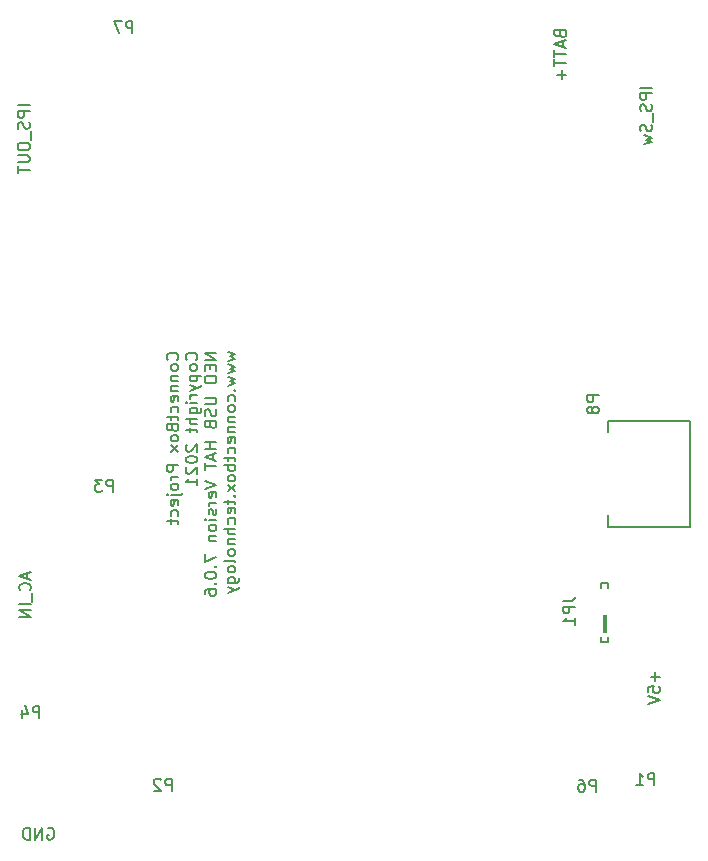
<source format=gbr>
G04 #@! TF.GenerationSoftware,KiCad,Pcbnew,(5.99.0-10509-g065f85b504)*
G04 #@! TF.CreationDate,2021-07-11T16:30:22-06:00*
G04 #@! TF.ProjectId,HAT_ver_7,4841545f-7665-4725-9f37-2e6b69636164,7.0.6*
G04 #@! TF.SameCoordinates,Original*
G04 #@! TF.FileFunction,Legend,Bot*
G04 #@! TF.FilePolarity,Positive*
%FSLAX46Y46*%
G04 Gerber Fmt 4.6, Leading zero omitted, Abs format (unit mm)*
G04 Created by KiCad (PCBNEW (5.99.0-10509-g065f85b504)) date 2021-07-11 16:30:22*
%MOMM*%
%LPD*%
G01*
G04 APERTURE LIST*
%ADD10C,0.150000*%
%ADD11R,0.400000X1.500000*%
G04 APERTURE END LIST*
D10*
X133883304Y-133104000D02*
X133978542Y-133056380D01*
X134121400Y-133056380D01*
X134264257Y-133104000D01*
X134359495Y-133199238D01*
X134407114Y-133294476D01*
X134454733Y-133484952D01*
X134454733Y-133627809D01*
X134407114Y-133818285D01*
X134359495Y-133913523D01*
X134264257Y-134008761D01*
X134121400Y-134056380D01*
X134026161Y-134056380D01*
X133883304Y-134008761D01*
X133835685Y-133961142D01*
X133835685Y-133627809D01*
X134026161Y-133627809D01*
X133407114Y-134056380D02*
X133407114Y-133056380D01*
X132835685Y-134056380D01*
X132835685Y-133056380D01*
X132359495Y-134056380D02*
X132359495Y-133056380D01*
X132121400Y-133056380D01*
X131978542Y-133104000D01*
X131883304Y-133199238D01*
X131835685Y-133294476D01*
X131788066Y-133484952D01*
X131788066Y-133627809D01*
X131835685Y-133818285D01*
X131883304Y-133913523D01*
X131978542Y-134008761D01*
X132121400Y-134056380D01*
X132359495Y-134056380D01*
X185339028Y-119872285D02*
X185339028Y-120634190D01*
X185719980Y-120253238D02*
X184958076Y-120253238D01*
X184719980Y-121586571D02*
X184719980Y-121110380D01*
X185196171Y-121062761D01*
X185148552Y-121110380D01*
X185100933Y-121205619D01*
X185100933Y-121443714D01*
X185148552Y-121538952D01*
X185196171Y-121586571D01*
X185291409Y-121634190D01*
X185529504Y-121634190D01*
X185624742Y-121586571D01*
X185672361Y-121538952D01*
X185719980Y-121443714D01*
X185719980Y-121205619D01*
X185672361Y-121110380D01*
X185624742Y-121062761D01*
X184719980Y-121919904D02*
X185719980Y-122253238D01*
X184719980Y-122586571D01*
X177268571Y-65861904D02*
X177316190Y-66004761D01*
X177363809Y-66052380D01*
X177459047Y-66100000D01*
X177601904Y-66100000D01*
X177697142Y-66052380D01*
X177744761Y-66004761D01*
X177792380Y-65909523D01*
X177792380Y-65528571D01*
X176792380Y-65528571D01*
X176792380Y-65861904D01*
X176840000Y-65957142D01*
X176887619Y-66004761D01*
X176982857Y-66052380D01*
X177078095Y-66052380D01*
X177173333Y-66004761D01*
X177220952Y-65957142D01*
X177268571Y-65861904D01*
X177268571Y-65528571D01*
X177506666Y-66480952D02*
X177506666Y-66957142D01*
X177792380Y-66385714D02*
X176792380Y-66719047D01*
X177792380Y-67052380D01*
X176792380Y-67242857D02*
X176792380Y-67814285D01*
X177792380Y-67528571D02*
X176792380Y-67528571D01*
X176792380Y-68004761D02*
X176792380Y-68576190D01*
X177792380Y-68290476D02*
X176792380Y-68290476D01*
X177411428Y-68909523D02*
X177411428Y-69671428D01*
X177792380Y-69290476D02*
X177030476Y-69290476D01*
X132352380Y-71894285D02*
X131352380Y-71894285D01*
X132352380Y-72370476D02*
X131352380Y-72370476D01*
X131352380Y-72751428D01*
X131400000Y-72846666D01*
X131447619Y-72894285D01*
X131542857Y-72941904D01*
X131685714Y-72941904D01*
X131780952Y-72894285D01*
X131828571Y-72846666D01*
X131876190Y-72751428D01*
X131876190Y-72370476D01*
X132304761Y-73322857D02*
X132352380Y-73465714D01*
X132352380Y-73703809D01*
X132304761Y-73799047D01*
X132257142Y-73846666D01*
X132161904Y-73894285D01*
X132066666Y-73894285D01*
X131971428Y-73846666D01*
X131923809Y-73799047D01*
X131876190Y-73703809D01*
X131828571Y-73513333D01*
X131780952Y-73418095D01*
X131733333Y-73370476D01*
X131638095Y-73322857D01*
X131542857Y-73322857D01*
X131447619Y-73370476D01*
X131400000Y-73418095D01*
X131352380Y-73513333D01*
X131352380Y-73751428D01*
X131400000Y-73894285D01*
X132447619Y-74084761D02*
X132447619Y-74846666D01*
X131352380Y-75275238D02*
X131352380Y-75465714D01*
X131400000Y-75560952D01*
X131495238Y-75656190D01*
X131685714Y-75703809D01*
X132019047Y-75703809D01*
X132209523Y-75656190D01*
X132304761Y-75560952D01*
X132352380Y-75465714D01*
X132352380Y-75275238D01*
X132304761Y-75180000D01*
X132209523Y-75084761D01*
X132019047Y-75037142D01*
X131685714Y-75037142D01*
X131495238Y-75084761D01*
X131400000Y-75180000D01*
X131352380Y-75275238D01*
X131352380Y-76132380D02*
X132161904Y-76132380D01*
X132257142Y-76180000D01*
X132304761Y-76227619D01*
X132352380Y-76322857D01*
X132352380Y-76513333D01*
X132304761Y-76608571D01*
X132257142Y-76656190D01*
X132161904Y-76703809D01*
X131352380Y-76703809D01*
X131352380Y-77037142D02*
X131352380Y-77608571D01*
X132352380Y-77322857D02*
X131352380Y-77322857D01*
X133173695Y-123743980D02*
X133173695Y-122743980D01*
X132792742Y-122743980D01*
X132697504Y-122791600D01*
X132649885Y-122839219D01*
X132602266Y-122934457D01*
X132602266Y-123077314D01*
X132649885Y-123172552D01*
X132697504Y-123220171D01*
X132792742Y-123267790D01*
X133173695Y-123267790D01*
X131745123Y-123077314D02*
X131745123Y-123743980D01*
X131983219Y-122696361D02*
X132221314Y-123410647D01*
X131602266Y-123410647D01*
X185032380Y-70382857D02*
X184032380Y-70382857D01*
X185032380Y-70859047D02*
X184032380Y-70859047D01*
X184032380Y-71240000D01*
X184080000Y-71335238D01*
X184127619Y-71382857D01*
X184222857Y-71430476D01*
X184365714Y-71430476D01*
X184460952Y-71382857D01*
X184508571Y-71335238D01*
X184556190Y-71240000D01*
X184556190Y-70859047D01*
X184984761Y-71811428D02*
X185032380Y-71954285D01*
X185032380Y-72192380D01*
X184984761Y-72287619D01*
X184937142Y-72335238D01*
X184841904Y-72382857D01*
X184746666Y-72382857D01*
X184651428Y-72335238D01*
X184603809Y-72287619D01*
X184556190Y-72192380D01*
X184508571Y-72001904D01*
X184460952Y-71906666D01*
X184413333Y-71859047D01*
X184318095Y-71811428D01*
X184222857Y-71811428D01*
X184127619Y-71859047D01*
X184080000Y-71906666D01*
X184032380Y-72001904D01*
X184032380Y-72240000D01*
X184080000Y-72382857D01*
X185127619Y-72573333D02*
X185127619Y-73335238D01*
X184984761Y-73525714D02*
X185032380Y-73668571D01*
X185032380Y-73906666D01*
X184984761Y-74001904D01*
X184937142Y-74049523D01*
X184841904Y-74097142D01*
X184746666Y-74097142D01*
X184651428Y-74049523D01*
X184603809Y-74001904D01*
X184556190Y-73906666D01*
X184508571Y-73716190D01*
X184460952Y-73620952D01*
X184413333Y-73573333D01*
X184318095Y-73525714D01*
X184222857Y-73525714D01*
X184127619Y-73573333D01*
X184080000Y-73620952D01*
X184032380Y-73716190D01*
X184032380Y-73954285D01*
X184080000Y-74097142D01*
X184365714Y-74430476D02*
X185032380Y-74620952D01*
X184556190Y-74811428D01*
X185032380Y-75001904D01*
X184365714Y-75192380D01*
X132176666Y-111479047D02*
X132176666Y-111955238D01*
X132462380Y-111383809D02*
X131462380Y-111717142D01*
X132462380Y-112050476D01*
X132367142Y-112955238D02*
X132414761Y-112907619D01*
X132462380Y-112764761D01*
X132462380Y-112669523D01*
X132414761Y-112526666D01*
X132319523Y-112431428D01*
X132224285Y-112383809D01*
X132033809Y-112336190D01*
X131890952Y-112336190D01*
X131700476Y-112383809D01*
X131605238Y-112431428D01*
X131510000Y-112526666D01*
X131462380Y-112669523D01*
X131462380Y-112764761D01*
X131510000Y-112907619D01*
X131557619Y-112955238D01*
X132557619Y-113145714D02*
X132557619Y-113907619D01*
X132462380Y-114145714D02*
X131462380Y-114145714D01*
X132462380Y-114621904D02*
X131462380Y-114621904D01*
X132462380Y-115193333D01*
X131462380Y-115193333D01*
X185243695Y-129433580D02*
X185243695Y-128433580D01*
X184862742Y-128433580D01*
X184767504Y-128481200D01*
X184719885Y-128528819D01*
X184672266Y-128624057D01*
X184672266Y-128766914D01*
X184719885Y-128862152D01*
X184767504Y-128909771D01*
X184862742Y-128957390D01*
X185243695Y-128957390D01*
X183719885Y-129433580D02*
X184291314Y-129433580D01*
X184005600Y-129433580D02*
X184005600Y-128433580D01*
X184100838Y-128576438D01*
X184196076Y-128671676D01*
X184291314Y-128719295D01*
X139398095Y-104592380D02*
X139398095Y-103592380D01*
X139017142Y-103592380D01*
X138921904Y-103640000D01*
X138874285Y-103687619D01*
X138826666Y-103782857D01*
X138826666Y-103925714D01*
X138874285Y-104020952D01*
X138921904Y-104068571D01*
X139017142Y-104116190D01*
X139398095Y-104116190D01*
X138493333Y-103592380D02*
X137874285Y-103592380D01*
X138207619Y-103973333D01*
X138064761Y-103973333D01*
X137969523Y-104020952D01*
X137921904Y-104068571D01*
X137874285Y-104163809D01*
X137874285Y-104401904D01*
X137921904Y-104497142D01*
X137969523Y-104544761D01*
X138064761Y-104592380D01*
X138350476Y-104592380D01*
X138445714Y-104544761D01*
X138493333Y-104497142D01*
X144862143Y-93437013D02*
X144909762Y-93389394D01*
X144957381Y-93246537D01*
X144957381Y-93151299D01*
X144909762Y-93008442D01*
X144814524Y-92913204D01*
X144719286Y-92865585D01*
X144528810Y-92817966D01*
X144385953Y-92817966D01*
X144195477Y-92865585D01*
X144100239Y-92913204D01*
X144005001Y-93008442D01*
X143957381Y-93151299D01*
X143957381Y-93246537D01*
X144005001Y-93389394D01*
X144052620Y-93437013D01*
X144957381Y-94008442D02*
X144909762Y-93913204D01*
X144862143Y-93865585D01*
X144766905Y-93817966D01*
X144481191Y-93817966D01*
X144385953Y-93865585D01*
X144338334Y-93913204D01*
X144290715Y-94008442D01*
X144290715Y-94151299D01*
X144338334Y-94246537D01*
X144385953Y-94294156D01*
X144481191Y-94341775D01*
X144766905Y-94341775D01*
X144862143Y-94294156D01*
X144909762Y-94246537D01*
X144957381Y-94151299D01*
X144957381Y-94008442D01*
X144290715Y-94770347D02*
X144957381Y-94770347D01*
X144385953Y-94770347D02*
X144338334Y-94817966D01*
X144290715Y-94913204D01*
X144290715Y-95056061D01*
X144338334Y-95151299D01*
X144433572Y-95198918D01*
X144957381Y-95198918D01*
X144290715Y-95675109D02*
X144957381Y-95675109D01*
X144385953Y-95675109D02*
X144338334Y-95722728D01*
X144290715Y-95817966D01*
X144290715Y-95960823D01*
X144338334Y-96056061D01*
X144433572Y-96103680D01*
X144957381Y-96103680D01*
X144909762Y-96960823D02*
X144957381Y-96865585D01*
X144957381Y-96675109D01*
X144909762Y-96579870D01*
X144814524Y-96532251D01*
X144433572Y-96532251D01*
X144338334Y-96579870D01*
X144290715Y-96675109D01*
X144290715Y-96865585D01*
X144338334Y-96960823D01*
X144433572Y-97008442D01*
X144528810Y-97008442D01*
X144624048Y-96532251D01*
X144909762Y-97865585D02*
X144957381Y-97770347D01*
X144957381Y-97579870D01*
X144909762Y-97484632D01*
X144862143Y-97437013D01*
X144766905Y-97389394D01*
X144481191Y-97389394D01*
X144385953Y-97437013D01*
X144338334Y-97484632D01*
X144290715Y-97579870D01*
X144290715Y-97770347D01*
X144338334Y-97865585D01*
X144290715Y-98151299D02*
X144290715Y-98532251D01*
X143957381Y-98294156D02*
X144814524Y-98294156D01*
X144909762Y-98341775D01*
X144957381Y-98437013D01*
X144957381Y-98532251D01*
X144433572Y-99198918D02*
X144481191Y-99341775D01*
X144528810Y-99389394D01*
X144624048Y-99437013D01*
X144766905Y-99437013D01*
X144862143Y-99389394D01*
X144909762Y-99341775D01*
X144957381Y-99246537D01*
X144957381Y-98865585D01*
X143957381Y-98865585D01*
X143957381Y-99198918D01*
X144005001Y-99294156D01*
X144052620Y-99341775D01*
X144147858Y-99389394D01*
X144243096Y-99389394D01*
X144338334Y-99341775D01*
X144385953Y-99294156D01*
X144433572Y-99198918D01*
X144433572Y-98865585D01*
X144957381Y-100008442D02*
X144909762Y-99913204D01*
X144862143Y-99865585D01*
X144766905Y-99817966D01*
X144481191Y-99817966D01*
X144385953Y-99865585D01*
X144338334Y-99913204D01*
X144290715Y-100008442D01*
X144290715Y-100151299D01*
X144338334Y-100246537D01*
X144385953Y-100294156D01*
X144481191Y-100341775D01*
X144766905Y-100341775D01*
X144862143Y-100294156D01*
X144909762Y-100246537D01*
X144957381Y-100151299D01*
X144957381Y-100008442D01*
X144957381Y-100675109D02*
X144290715Y-101198918D01*
X144290715Y-100675109D02*
X144957381Y-101198918D01*
X144957381Y-102341775D02*
X143957381Y-102341775D01*
X143957381Y-102722728D01*
X144005001Y-102817966D01*
X144052620Y-102865585D01*
X144147858Y-102913204D01*
X144290715Y-102913204D01*
X144385953Y-102865585D01*
X144433572Y-102817966D01*
X144481191Y-102722728D01*
X144481191Y-102341775D01*
X144957381Y-103341775D02*
X144290715Y-103341775D01*
X144481191Y-103341775D02*
X144385953Y-103389394D01*
X144338334Y-103437013D01*
X144290715Y-103532251D01*
X144290715Y-103627490D01*
X144957381Y-104103680D02*
X144909762Y-104008442D01*
X144862143Y-103960823D01*
X144766905Y-103913204D01*
X144481191Y-103913204D01*
X144385953Y-103960823D01*
X144338334Y-104008442D01*
X144290715Y-104103680D01*
X144290715Y-104246537D01*
X144338334Y-104341775D01*
X144385953Y-104389394D01*
X144481191Y-104437013D01*
X144766905Y-104437013D01*
X144862143Y-104389394D01*
X144909762Y-104341775D01*
X144957381Y-104246537D01*
X144957381Y-104103680D01*
X144290715Y-104865585D02*
X145147858Y-104865585D01*
X145243096Y-104817966D01*
X145290715Y-104722728D01*
X145290715Y-104675109D01*
X143957381Y-104865585D02*
X144005001Y-104817966D01*
X144052620Y-104865585D01*
X144005001Y-104913204D01*
X143957381Y-104865585D01*
X144052620Y-104865585D01*
X144909762Y-105722728D02*
X144957381Y-105627490D01*
X144957381Y-105437013D01*
X144909762Y-105341775D01*
X144814524Y-105294156D01*
X144433572Y-105294156D01*
X144338334Y-105341775D01*
X144290715Y-105437013D01*
X144290715Y-105627490D01*
X144338334Y-105722728D01*
X144433572Y-105770347D01*
X144528810Y-105770347D01*
X144624048Y-105294156D01*
X144909762Y-106627490D02*
X144957381Y-106532251D01*
X144957381Y-106341775D01*
X144909762Y-106246537D01*
X144862143Y-106198918D01*
X144766905Y-106151299D01*
X144481191Y-106151299D01*
X144385953Y-106198918D01*
X144338334Y-106246537D01*
X144290715Y-106341775D01*
X144290715Y-106532251D01*
X144338334Y-106627490D01*
X144290715Y-106913204D02*
X144290715Y-107294156D01*
X143957381Y-107056061D02*
X144814524Y-107056061D01*
X144909762Y-107103680D01*
X144957381Y-107198918D01*
X144957381Y-107294156D01*
X146472143Y-93437013D02*
X146519762Y-93389394D01*
X146567381Y-93246537D01*
X146567381Y-93151299D01*
X146519762Y-93008442D01*
X146424524Y-92913204D01*
X146329286Y-92865585D01*
X146138810Y-92817966D01*
X145995953Y-92817966D01*
X145805477Y-92865585D01*
X145710239Y-92913204D01*
X145615001Y-93008442D01*
X145567381Y-93151299D01*
X145567381Y-93246537D01*
X145615001Y-93389394D01*
X145662620Y-93437013D01*
X146567381Y-94008442D02*
X146519762Y-93913204D01*
X146472143Y-93865585D01*
X146376905Y-93817966D01*
X146091191Y-93817966D01*
X145995953Y-93865585D01*
X145948334Y-93913204D01*
X145900715Y-94008442D01*
X145900715Y-94151299D01*
X145948334Y-94246537D01*
X145995953Y-94294156D01*
X146091191Y-94341775D01*
X146376905Y-94341775D01*
X146472143Y-94294156D01*
X146519762Y-94246537D01*
X146567381Y-94151299D01*
X146567381Y-94008442D01*
X145900715Y-94770347D02*
X146900715Y-94770347D01*
X145948334Y-94770347D02*
X145900715Y-94865585D01*
X145900715Y-95056061D01*
X145948334Y-95151299D01*
X145995953Y-95198918D01*
X146091191Y-95246537D01*
X146376905Y-95246537D01*
X146472143Y-95198918D01*
X146519762Y-95151299D01*
X146567381Y-95056061D01*
X146567381Y-94865585D01*
X146519762Y-94770347D01*
X145900715Y-95579870D02*
X146567381Y-95817966D01*
X145900715Y-96056061D02*
X146567381Y-95817966D01*
X146805477Y-95722728D01*
X146853096Y-95675109D01*
X146900715Y-95579870D01*
X146567381Y-96437013D02*
X145900715Y-96437013D01*
X146091191Y-96437013D02*
X145995953Y-96484632D01*
X145948334Y-96532251D01*
X145900715Y-96627490D01*
X145900715Y-96722728D01*
X146567381Y-97056061D02*
X145900715Y-97056061D01*
X145567381Y-97056061D02*
X145615001Y-97008442D01*
X145662620Y-97056061D01*
X145615001Y-97103680D01*
X145567381Y-97056061D01*
X145662620Y-97056061D01*
X145900715Y-97960823D02*
X146710239Y-97960823D01*
X146805477Y-97913204D01*
X146853096Y-97865585D01*
X146900715Y-97770347D01*
X146900715Y-97627490D01*
X146853096Y-97532251D01*
X146519762Y-97960823D02*
X146567381Y-97865585D01*
X146567381Y-97675109D01*
X146519762Y-97579870D01*
X146472143Y-97532251D01*
X146376905Y-97484632D01*
X146091191Y-97484632D01*
X145995953Y-97532251D01*
X145948334Y-97579870D01*
X145900715Y-97675109D01*
X145900715Y-97865585D01*
X145948334Y-97960823D01*
X146567381Y-98437013D02*
X145567381Y-98437013D01*
X146567381Y-98865585D02*
X146043572Y-98865585D01*
X145948334Y-98817966D01*
X145900715Y-98722728D01*
X145900715Y-98579870D01*
X145948334Y-98484632D01*
X145995953Y-98437013D01*
X145900715Y-99198918D02*
X145900715Y-99579870D01*
X145567381Y-99341775D02*
X146424524Y-99341775D01*
X146519762Y-99389394D01*
X146567381Y-99484632D01*
X146567381Y-99579870D01*
X145662620Y-100627490D02*
X145615001Y-100675109D01*
X145567381Y-100770347D01*
X145567381Y-101008442D01*
X145615001Y-101103680D01*
X145662620Y-101151299D01*
X145757858Y-101198918D01*
X145853096Y-101198918D01*
X145995953Y-101151299D01*
X146567381Y-100579870D01*
X146567381Y-101198918D01*
X145567381Y-101817966D02*
X145567381Y-101913204D01*
X145615001Y-102008442D01*
X145662620Y-102056061D01*
X145757858Y-102103680D01*
X145948334Y-102151299D01*
X146186429Y-102151299D01*
X146376905Y-102103680D01*
X146472143Y-102056061D01*
X146519762Y-102008442D01*
X146567381Y-101913204D01*
X146567381Y-101817966D01*
X146519762Y-101722728D01*
X146472143Y-101675109D01*
X146376905Y-101627490D01*
X146186429Y-101579870D01*
X145948334Y-101579870D01*
X145757858Y-101627490D01*
X145662620Y-101675109D01*
X145615001Y-101722728D01*
X145567381Y-101817966D01*
X145662620Y-102532251D02*
X145615001Y-102579870D01*
X145567381Y-102675109D01*
X145567381Y-102913204D01*
X145615001Y-103008442D01*
X145662620Y-103056061D01*
X145757858Y-103103680D01*
X145853096Y-103103680D01*
X145995953Y-103056061D01*
X146567381Y-102484632D01*
X146567381Y-103103680D01*
X146567381Y-104056061D02*
X146567381Y-103484632D01*
X146567381Y-103770347D02*
X145567381Y-103770347D01*
X145710239Y-103675109D01*
X145805477Y-103579870D01*
X145853096Y-103484632D01*
X148177381Y-92865585D02*
X147177381Y-92865585D01*
X148177381Y-93437013D01*
X147177381Y-93437013D01*
X147653572Y-93913204D02*
X147653572Y-94246537D01*
X148177381Y-94389394D02*
X148177381Y-93913204D01*
X147177381Y-93913204D01*
X147177381Y-94389394D01*
X147177381Y-95008442D02*
X147177381Y-95198918D01*
X147225001Y-95294156D01*
X147320239Y-95389394D01*
X147510715Y-95437013D01*
X147844048Y-95437013D01*
X148034524Y-95389394D01*
X148129762Y-95294156D01*
X148177381Y-95198918D01*
X148177381Y-95008442D01*
X148129762Y-94913204D01*
X148034524Y-94817966D01*
X147844048Y-94770347D01*
X147510715Y-94770347D01*
X147320239Y-94817966D01*
X147225001Y-94913204D01*
X147177381Y-95008442D01*
X147177381Y-96627490D02*
X147986905Y-96627490D01*
X148082143Y-96675109D01*
X148129762Y-96722728D01*
X148177381Y-96817966D01*
X148177381Y-97008442D01*
X148129762Y-97103680D01*
X148082143Y-97151299D01*
X147986905Y-97198918D01*
X147177381Y-97198918D01*
X148129762Y-97627490D02*
X148177381Y-97770347D01*
X148177381Y-98008442D01*
X148129762Y-98103680D01*
X148082143Y-98151299D01*
X147986905Y-98198918D01*
X147891667Y-98198918D01*
X147796429Y-98151299D01*
X147748810Y-98103680D01*
X147701191Y-98008442D01*
X147653572Y-97817966D01*
X147605953Y-97722728D01*
X147558334Y-97675109D01*
X147463096Y-97627490D01*
X147367858Y-97627490D01*
X147272620Y-97675109D01*
X147225001Y-97722728D01*
X147177381Y-97817966D01*
X147177381Y-98056061D01*
X147225001Y-98198918D01*
X147653572Y-98960823D02*
X147701191Y-99103680D01*
X147748810Y-99151299D01*
X147844048Y-99198918D01*
X147986905Y-99198918D01*
X148082143Y-99151299D01*
X148129762Y-99103680D01*
X148177381Y-99008442D01*
X148177381Y-98627490D01*
X147177381Y-98627490D01*
X147177381Y-98960823D01*
X147225001Y-99056061D01*
X147272620Y-99103680D01*
X147367858Y-99151299D01*
X147463096Y-99151299D01*
X147558334Y-99103680D01*
X147605953Y-99056061D01*
X147653572Y-98960823D01*
X147653572Y-98627490D01*
X148177381Y-100389394D02*
X147177381Y-100389394D01*
X147653572Y-100389394D02*
X147653572Y-100960823D01*
X148177381Y-100960823D02*
X147177381Y-100960823D01*
X147891667Y-101389394D02*
X147891667Y-101865585D01*
X148177381Y-101294156D02*
X147177381Y-101627490D01*
X148177381Y-101960823D01*
X147177381Y-102151299D02*
X147177381Y-102722728D01*
X148177381Y-102437013D02*
X147177381Y-102437013D01*
X147177381Y-103675109D02*
X148177381Y-104008442D01*
X147177381Y-104341775D01*
X148129762Y-105056061D02*
X148177381Y-104960823D01*
X148177381Y-104770347D01*
X148129762Y-104675109D01*
X148034524Y-104627490D01*
X147653572Y-104627490D01*
X147558334Y-104675109D01*
X147510715Y-104770347D01*
X147510715Y-104960823D01*
X147558334Y-105056061D01*
X147653572Y-105103680D01*
X147748810Y-105103680D01*
X147844048Y-104627490D01*
X148177381Y-105532251D02*
X147510715Y-105532251D01*
X147701191Y-105532251D02*
X147605953Y-105579870D01*
X147558334Y-105627490D01*
X147510715Y-105722728D01*
X147510715Y-105817966D01*
X148129762Y-106103680D02*
X148177381Y-106198918D01*
X148177381Y-106389394D01*
X148129762Y-106484632D01*
X148034524Y-106532251D01*
X147986905Y-106532251D01*
X147891667Y-106484632D01*
X147844048Y-106389394D01*
X147844048Y-106246537D01*
X147796429Y-106151299D01*
X147701191Y-106103680D01*
X147653572Y-106103680D01*
X147558334Y-106151299D01*
X147510715Y-106246537D01*
X147510715Y-106389394D01*
X147558334Y-106484632D01*
X148177381Y-106960823D02*
X147510715Y-106960823D01*
X147177381Y-106960823D02*
X147225001Y-106913204D01*
X147272620Y-106960823D01*
X147225001Y-107008442D01*
X147177381Y-106960823D01*
X147272620Y-106960823D01*
X148177381Y-107579870D02*
X148129762Y-107484632D01*
X148082143Y-107437013D01*
X147986905Y-107389394D01*
X147701191Y-107389394D01*
X147605953Y-107437013D01*
X147558334Y-107484632D01*
X147510715Y-107579870D01*
X147510715Y-107722728D01*
X147558334Y-107817966D01*
X147605953Y-107865585D01*
X147701191Y-107913204D01*
X147986905Y-107913204D01*
X148082143Y-107865585D01*
X148129762Y-107817966D01*
X148177381Y-107722728D01*
X148177381Y-107579870D01*
X147510715Y-108341775D02*
X148177381Y-108341775D01*
X147605953Y-108341775D02*
X147558334Y-108389394D01*
X147510715Y-108484632D01*
X147510715Y-108627490D01*
X147558334Y-108722728D01*
X147653572Y-108770347D01*
X148177381Y-108770347D01*
X147177381Y-109913204D02*
X147177381Y-110579870D01*
X148177381Y-110151299D01*
X148082143Y-110960823D02*
X148129762Y-111008442D01*
X148177381Y-110960823D01*
X148129762Y-110913204D01*
X148082143Y-110960823D01*
X148177381Y-110960823D01*
X147177381Y-111627490D02*
X147177381Y-111722728D01*
X147225001Y-111817966D01*
X147272620Y-111865585D01*
X147367858Y-111913204D01*
X147558334Y-111960823D01*
X147796429Y-111960823D01*
X147986905Y-111913204D01*
X148082143Y-111865585D01*
X148129762Y-111817966D01*
X148177381Y-111722728D01*
X148177381Y-111627490D01*
X148129762Y-111532251D01*
X148082143Y-111484632D01*
X147986905Y-111437013D01*
X147796429Y-111389394D01*
X147558334Y-111389394D01*
X147367858Y-111437013D01*
X147272620Y-111484632D01*
X147225001Y-111532251D01*
X147177381Y-111627490D01*
X148082143Y-112389394D02*
X148129762Y-112437013D01*
X148177381Y-112389394D01*
X148129762Y-112341775D01*
X148082143Y-112389394D01*
X148177381Y-112389394D01*
X147177381Y-113294156D02*
X147177381Y-113103680D01*
X147225001Y-113008442D01*
X147272620Y-112960823D01*
X147415477Y-112865585D01*
X147605953Y-112817966D01*
X147986905Y-112817966D01*
X148082143Y-112865585D01*
X148129762Y-112913204D01*
X148177381Y-113008442D01*
X148177381Y-113198918D01*
X148129762Y-113294156D01*
X148082143Y-113341775D01*
X147986905Y-113389394D01*
X147748810Y-113389394D01*
X147653572Y-113341775D01*
X147605953Y-113294156D01*
X147558334Y-113198918D01*
X147558334Y-113008442D01*
X147605953Y-112913204D01*
X147653572Y-112865585D01*
X147748810Y-112817966D01*
X149120715Y-92770347D02*
X149787381Y-92960823D01*
X149311191Y-93151299D01*
X149787381Y-93341775D01*
X149120715Y-93532251D01*
X149120715Y-93817966D02*
X149787381Y-94008442D01*
X149311191Y-94198918D01*
X149787381Y-94389394D01*
X149120715Y-94579870D01*
X149120715Y-94865585D02*
X149787381Y-95056061D01*
X149311191Y-95246537D01*
X149787381Y-95437013D01*
X149120715Y-95627490D01*
X149692143Y-96008442D02*
X149739762Y-96056061D01*
X149787381Y-96008442D01*
X149739762Y-95960823D01*
X149692143Y-96008442D01*
X149787381Y-96008442D01*
X149739762Y-96913204D02*
X149787381Y-96817966D01*
X149787381Y-96627490D01*
X149739762Y-96532251D01*
X149692143Y-96484632D01*
X149596905Y-96437013D01*
X149311191Y-96437013D01*
X149215953Y-96484632D01*
X149168334Y-96532251D01*
X149120715Y-96627490D01*
X149120715Y-96817966D01*
X149168334Y-96913204D01*
X149787381Y-97484632D02*
X149739762Y-97389394D01*
X149692143Y-97341775D01*
X149596905Y-97294156D01*
X149311191Y-97294156D01*
X149215953Y-97341775D01*
X149168334Y-97389394D01*
X149120715Y-97484632D01*
X149120715Y-97627490D01*
X149168334Y-97722728D01*
X149215953Y-97770347D01*
X149311191Y-97817966D01*
X149596905Y-97817966D01*
X149692143Y-97770347D01*
X149739762Y-97722728D01*
X149787381Y-97627490D01*
X149787381Y-97484632D01*
X149120715Y-98246537D02*
X149787381Y-98246537D01*
X149215953Y-98246537D02*
X149168334Y-98294156D01*
X149120715Y-98389394D01*
X149120715Y-98532251D01*
X149168334Y-98627490D01*
X149263572Y-98675109D01*
X149787381Y-98675109D01*
X149120715Y-99151299D02*
X149787381Y-99151299D01*
X149215953Y-99151299D02*
X149168334Y-99198918D01*
X149120715Y-99294156D01*
X149120715Y-99437013D01*
X149168334Y-99532251D01*
X149263572Y-99579870D01*
X149787381Y-99579870D01*
X149739762Y-100437013D02*
X149787381Y-100341775D01*
X149787381Y-100151299D01*
X149739762Y-100056061D01*
X149644524Y-100008442D01*
X149263572Y-100008442D01*
X149168334Y-100056061D01*
X149120715Y-100151299D01*
X149120715Y-100341775D01*
X149168334Y-100437013D01*
X149263572Y-100484632D01*
X149358810Y-100484632D01*
X149454048Y-100008442D01*
X149739762Y-101341775D02*
X149787381Y-101246537D01*
X149787381Y-101056061D01*
X149739762Y-100960823D01*
X149692143Y-100913204D01*
X149596905Y-100865585D01*
X149311191Y-100865585D01*
X149215953Y-100913204D01*
X149168334Y-100960823D01*
X149120715Y-101056061D01*
X149120715Y-101246537D01*
X149168334Y-101341775D01*
X149120715Y-101627490D02*
X149120715Y-102008442D01*
X148787381Y-101770347D02*
X149644524Y-101770347D01*
X149739762Y-101817966D01*
X149787381Y-101913204D01*
X149787381Y-102008442D01*
X149787381Y-102341775D02*
X148787381Y-102341775D01*
X149168334Y-102341775D02*
X149120715Y-102437013D01*
X149120715Y-102627490D01*
X149168334Y-102722728D01*
X149215953Y-102770347D01*
X149311191Y-102817966D01*
X149596905Y-102817966D01*
X149692143Y-102770347D01*
X149739762Y-102722728D01*
X149787381Y-102627490D01*
X149787381Y-102437013D01*
X149739762Y-102341775D01*
X149787381Y-103389394D02*
X149739762Y-103294156D01*
X149692143Y-103246537D01*
X149596905Y-103198918D01*
X149311191Y-103198918D01*
X149215953Y-103246537D01*
X149168334Y-103294156D01*
X149120715Y-103389394D01*
X149120715Y-103532251D01*
X149168334Y-103627490D01*
X149215953Y-103675109D01*
X149311191Y-103722728D01*
X149596905Y-103722728D01*
X149692143Y-103675109D01*
X149739762Y-103627490D01*
X149787381Y-103532251D01*
X149787381Y-103389394D01*
X149787381Y-104056061D02*
X149120715Y-104579870D01*
X149120715Y-104056061D02*
X149787381Y-104579870D01*
X149692143Y-104960823D02*
X149739762Y-105008442D01*
X149787381Y-104960823D01*
X149739762Y-104913204D01*
X149692143Y-104960823D01*
X149787381Y-104960823D01*
X149120715Y-105294156D02*
X149120715Y-105675109D01*
X148787381Y-105437013D02*
X149644524Y-105437013D01*
X149739762Y-105484632D01*
X149787381Y-105579870D01*
X149787381Y-105675109D01*
X149739762Y-106389394D02*
X149787381Y-106294156D01*
X149787381Y-106103680D01*
X149739762Y-106008442D01*
X149644524Y-105960823D01*
X149263572Y-105960823D01*
X149168334Y-106008442D01*
X149120715Y-106103680D01*
X149120715Y-106294156D01*
X149168334Y-106389394D01*
X149263572Y-106437013D01*
X149358810Y-106437013D01*
X149454048Y-105960823D01*
X149739762Y-107294156D02*
X149787381Y-107198918D01*
X149787381Y-107008442D01*
X149739762Y-106913204D01*
X149692143Y-106865585D01*
X149596905Y-106817966D01*
X149311191Y-106817966D01*
X149215953Y-106865585D01*
X149168334Y-106913204D01*
X149120715Y-107008442D01*
X149120715Y-107198918D01*
X149168334Y-107294156D01*
X149787381Y-107722728D02*
X148787381Y-107722728D01*
X149787381Y-108151299D02*
X149263572Y-108151299D01*
X149168334Y-108103680D01*
X149120715Y-108008442D01*
X149120715Y-107865585D01*
X149168334Y-107770347D01*
X149215953Y-107722728D01*
X149120715Y-108627490D02*
X149787381Y-108627490D01*
X149215953Y-108627490D02*
X149168334Y-108675109D01*
X149120715Y-108770347D01*
X149120715Y-108913204D01*
X149168334Y-109008442D01*
X149263572Y-109056061D01*
X149787381Y-109056061D01*
X149787381Y-109675109D02*
X149739762Y-109579870D01*
X149692143Y-109532251D01*
X149596905Y-109484632D01*
X149311191Y-109484632D01*
X149215953Y-109532251D01*
X149168334Y-109579870D01*
X149120715Y-109675109D01*
X149120715Y-109817966D01*
X149168334Y-109913204D01*
X149215953Y-109960823D01*
X149311191Y-110008442D01*
X149596905Y-110008442D01*
X149692143Y-109960823D01*
X149739762Y-109913204D01*
X149787381Y-109817966D01*
X149787381Y-109675109D01*
X149787381Y-110579870D02*
X149739762Y-110484632D01*
X149644524Y-110437013D01*
X148787381Y-110437013D01*
X149787381Y-111103680D02*
X149739762Y-111008442D01*
X149692143Y-110960823D01*
X149596905Y-110913204D01*
X149311191Y-110913204D01*
X149215953Y-110960823D01*
X149168334Y-111008442D01*
X149120715Y-111103680D01*
X149120715Y-111246537D01*
X149168334Y-111341775D01*
X149215953Y-111389394D01*
X149311191Y-111437013D01*
X149596905Y-111437013D01*
X149692143Y-111389394D01*
X149739762Y-111341775D01*
X149787381Y-111246537D01*
X149787381Y-111103680D01*
X149120715Y-112294156D02*
X149930239Y-112294156D01*
X150025477Y-112246537D01*
X150073096Y-112198918D01*
X150120715Y-112103680D01*
X150120715Y-111960823D01*
X150073096Y-111865585D01*
X149739762Y-112294156D02*
X149787381Y-112198918D01*
X149787381Y-112008442D01*
X149739762Y-111913204D01*
X149692143Y-111865585D01*
X149596905Y-111817966D01*
X149311191Y-111817966D01*
X149215953Y-111865585D01*
X149168334Y-111913204D01*
X149120715Y-112008442D01*
X149120715Y-112198918D01*
X149168334Y-112294156D01*
X149120715Y-112675109D02*
X149787381Y-112913204D01*
X149120715Y-113151299D02*
X149787381Y-112913204D01*
X150025477Y-112817966D01*
X150073096Y-112770347D01*
X150120715Y-112675109D01*
X180316095Y-129992380D02*
X180316095Y-128992380D01*
X179935142Y-128992380D01*
X179839904Y-129040000D01*
X179792285Y-129087619D01*
X179744666Y-129182857D01*
X179744666Y-129325714D01*
X179792285Y-129420952D01*
X179839904Y-129468571D01*
X179935142Y-129516190D01*
X180316095Y-129516190D01*
X178887523Y-128992380D02*
X179078000Y-128992380D01*
X179173238Y-129040000D01*
X179220857Y-129087619D01*
X179316095Y-129230476D01*
X179363714Y-129420952D01*
X179363714Y-129801904D01*
X179316095Y-129897142D01*
X179268476Y-129944761D01*
X179173238Y-129992380D01*
X178982761Y-129992380D01*
X178887523Y-129944761D01*
X178839904Y-129897142D01*
X178792285Y-129801904D01*
X178792285Y-129563809D01*
X178839904Y-129468571D01*
X178887523Y-129420952D01*
X178982761Y-129373333D01*
X179173238Y-129373333D01*
X179268476Y-129420952D01*
X179316095Y-129468571D01*
X179363714Y-129563809D01*
X144400495Y-129916180D02*
X144400495Y-128916180D01*
X144019542Y-128916180D01*
X143924304Y-128963800D01*
X143876685Y-129011419D01*
X143829066Y-129106657D01*
X143829066Y-129249514D01*
X143876685Y-129344752D01*
X143924304Y-129392371D01*
X144019542Y-129439990D01*
X144400495Y-129439990D01*
X143448114Y-129011419D02*
X143400495Y-128963800D01*
X143305257Y-128916180D01*
X143067161Y-128916180D01*
X142971923Y-128963800D01*
X142924304Y-129011419D01*
X142876685Y-129106657D01*
X142876685Y-129201895D01*
X142924304Y-129344752D01*
X143495733Y-129916180D01*
X142876685Y-129916180D01*
X141047695Y-65781180D02*
X141047695Y-64781180D01*
X140666742Y-64781180D01*
X140571504Y-64828800D01*
X140523885Y-64876419D01*
X140476266Y-64971657D01*
X140476266Y-65114514D01*
X140523885Y-65209752D01*
X140571504Y-65257371D01*
X140666742Y-65304990D01*
X141047695Y-65304990D01*
X140142933Y-64781180D02*
X139476266Y-64781180D01*
X139904838Y-65781180D01*
X177522380Y-113856666D02*
X178236666Y-113856666D01*
X178379523Y-113809047D01*
X178474761Y-113713809D01*
X178522380Y-113570952D01*
X178522380Y-113475714D01*
X178522380Y-114332857D02*
X177522380Y-114332857D01*
X177522380Y-114713809D01*
X177570000Y-114809047D01*
X177617619Y-114856666D01*
X177712857Y-114904285D01*
X177855714Y-114904285D01*
X177950952Y-114856666D01*
X177998571Y-114809047D01*
X178046190Y-114713809D01*
X178046190Y-114332857D01*
X178522380Y-115856666D02*
X178522380Y-115285238D01*
X178522380Y-115570952D02*
X177522380Y-115570952D01*
X177665238Y-115475714D01*
X177760476Y-115380476D01*
X177808095Y-115285238D01*
X180562380Y-96441904D02*
X179562380Y-96441904D01*
X179562380Y-96822857D01*
X179610000Y-96918095D01*
X179657619Y-96965714D01*
X179752857Y-97013333D01*
X179895714Y-97013333D01*
X179990952Y-96965714D01*
X180038571Y-96918095D01*
X180086190Y-96822857D01*
X180086190Y-96441904D01*
X179990952Y-97584761D02*
X179943333Y-97489523D01*
X179895714Y-97441904D01*
X179800476Y-97394285D01*
X179752857Y-97394285D01*
X179657619Y-97441904D01*
X179610000Y-97489523D01*
X179562380Y-97584761D01*
X179562380Y-97775238D01*
X179610000Y-97870476D01*
X179657619Y-97918095D01*
X179752857Y-97965714D01*
X179800476Y-97965714D01*
X179895714Y-97918095D01*
X179943333Y-97870476D01*
X179990952Y-97775238D01*
X179990952Y-97584761D01*
X180038571Y-97489523D01*
X180086190Y-97441904D01*
X180181428Y-97394285D01*
X180371904Y-97394285D01*
X180467142Y-97441904D01*
X180514761Y-97489523D01*
X180562380Y-97584761D01*
X180562380Y-97775238D01*
X180514761Y-97870476D01*
X180467142Y-97918095D01*
X180371904Y-97965714D01*
X180181428Y-97965714D01*
X180086190Y-97918095D01*
X180038571Y-97870476D01*
X179990952Y-97775238D01*
X181350000Y-117360000D02*
X181350000Y-116860000D01*
X180750000Y-117360000D02*
X181350000Y-117360000D01*
X180750000Y-112360000D02*
X181350000Y-112360000D01*
X181350000Y-112360000D02*
X181350000Y-112760000D01*
X180750000Y-116860000D02*
X180750000Y-117360000D01*
X180750000Y-112760000D02*
X180750000Y-112360000D01*
X182310000Y-98580000D02*
X188310000Y-98580000D01*
X181310000Y-106580000D02*
X181310000Y-107580000D01*
X181310000Y-98580000D02*
X181310000Y-99580000D01*
X188310000Y-107580000D02*
X182310000Y-107580000D01*
X182310000Y-107580000D02*
X181310000Y-107580000D01*
X182310000Y-98580000D02*
X181310000Y-98580000D01*
X188310000Y-98580000D02*
X188310000Y-107580000D01*
D11*
X181050000Y-115760000D03*
M02*

</source>
